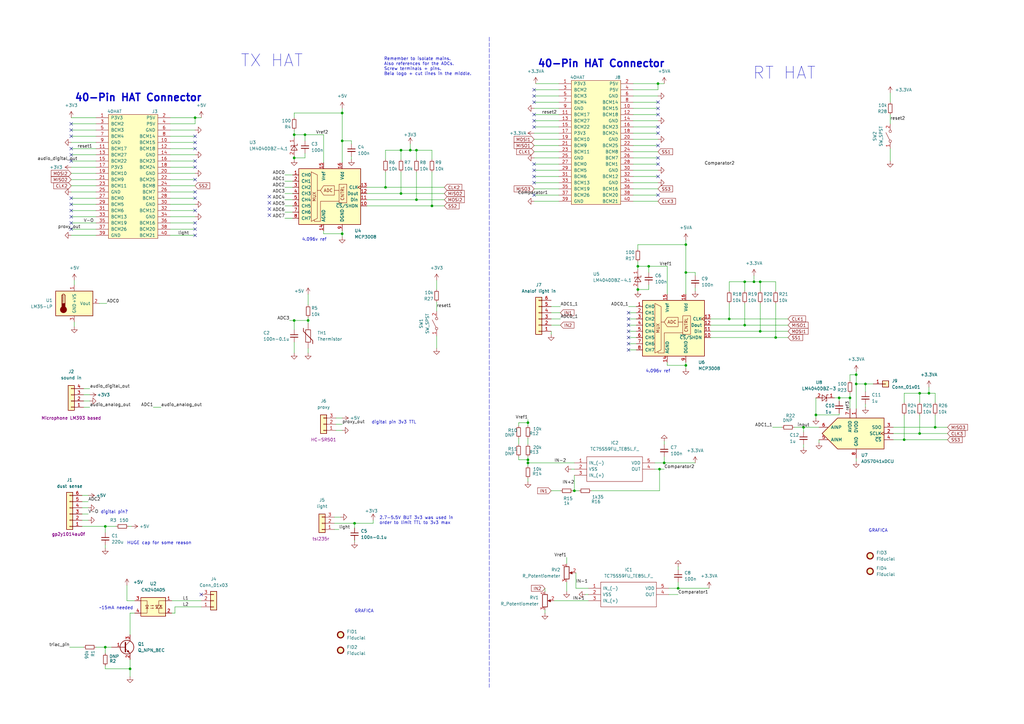
<source format=kicad_sch>
(kicad_sch (version 20211123) (generator eeschema)
  (paper "A3")
  (title_block (title "Raspberry Pi HAT") (rev "A"))
  (junction (at 140.335 46.355))
  (junction (at 261.62 109.22))
  (junction (at 351.155 157.48))
  (junction (at 164.465 61.595))
  (junction (at 377.19 161.29))
  (junction (at 53.34 274.32))
  (junction (at 140.335 95.885))
  (junction (at 381 161.29))
  (junction (at 270.51 192.405))
  (junction (at 305.435 115.57))
  (junction (at 216.535 189.865))
  (junction (at 120.65 64.77))
  (junction (at 377.19 177.8))
  (junction (at 334.645 170.18))
  (junction (at 120.65 131.445))
  (junction (at 318.135 138.43))
  (junction (at 305.435 133.35))
  (junction (at 266.065 109.22))
  (junction (at 299.085 130.81))
  (junction (at 383.54 175.26))
  (junction (at 170.815 61.595))
  (junction (at 216.535 173.355))
  (junction (at 351.155 153.67))
  (junction (at 281.305 111.76))
  (junction (at 354.965 157.48))
  (junction (at 348.615 163.195))
  (junction (at 269.875 34.29))
  (junction (at 140.335 57.785))
  (junction (at 278.13 241.3))
  (junction (at 43.18 215.9))
  (junction (at 272.415 189.865))
  (junction (at 126.365 131.445))
  (junction (at 177.165 84.455))
  (junction (at 80.01 48.26))
  (junction (at 235.585 201.295))
  (junction (at 281.305 100.33))
  (junction (at 168.275 61.595))
  (junction (at 120.65 55.245))
  (junction (at 216.535 188.595))
  (junction (at 145.415 214.63))
  (junction (at 311.785 135.89))
  (junction (at 158.115 76.835))
  (junction (at 43.18 265.43))
  (junction (at 164.465 79.375))
  (junction (at 281.305 149.86))
  (junction (at 329.565 175.26))
  (junction (at 125.095 55.245))
  (junction (at 344.17 163.195))
  (junction (at 311.785 115.57))
  (junction (at 309.245 115.57))
  (junction (at 370.84 180.34))
  (junction (at 170.815 81.915))
  (junction (at 261.62 118.745))
  (no_connect (at 219.075 80.01))
  (no_connect (at 29.21 50.8))
  (no_connect (at 269.875 64.77))
  (no_connect (at 269.875 80.01))
  (no_connect (at 219.075 39.37))
  (no_connect (at 219.075 49.53))
  (no_connect (at 29.21 55.88))
  (no_connect (at 269.875 72.39))
  (no_connect (at 80.01 86.36))
  (no_connect (at 269.875 41.91))
  (no_connect (at 29.21 91.44))
  (no_connect (at 110.49 80.645))
  (no_connect (at 110.49 83.185))
  (no_connect (at 110.49 88.265))
  (no_connect (at 110.49 85.725))
  (no_connect (at 219.075 72.39))
  (no_connect (at 82.55 243.84))
  (no_connect (at 29.21 88.9))
  (no_connect (at 80.01 66.04))
  (no_connect (at 257.81 128.27))
  (no_connect (at 219.075 67.31))
  (no_connect (at 219.075 69.85))
  (no_connect (at 80.01 55.88))
  (no_connect (at 269.875 59.69))
  (no_connect (at 269.875 46.99))
  (no_connect (at 29.21 66.04))
  (no_connect (at 257.81 140.97))
  (no_connect (at 80.01 60.96))
  (no_connect (at 219.075 46.99))
  (no_connect (at 29.21 60.96))
  (no_connect (at 257.81 130.81))
  (no_connect (at 269.875 44.45))
  (no_connect (at 80.01 58.42))
  (no_connect (at 80.01 81.28))
  (no_connect (at 257.81 138.43))
  (no_connect (at 80.01 73.66))
  (no_connect (at 219.075 41.91))
  (no_connect (at 29.21 86.36))
  (no_connect (at 29.21 63.5))
  (no_connect (at 29.21 93.98))
  (no_connect (at 269.875 54.61))
  (no_connect (at 269.875 67.31))
  (no_connect (at 269.875 52.07))
  (no_connect (at 257.81 143.51))
  (no_connect (at 29.21 83.82))
  (no_connect (at 219.075 36.83))
  (no_connect (at 219.075 52.07))
  (no_connect (at 80.01 93.98))
  (no_connect (at 257.81 133.35))
  (no_connect (at 257.81 135.89))
  (no_connect (at 29.21 53.34))
  (no_connect (at 219.075 74.93))
  (no_connect (at 80.01 96.52))
  (no_connect (at 29.21 81.28))
  (no_connect (at 80.01 68.58))
  (no_connect (at 80.01 78.74))
  (no_connect (at 80.01 91.44))
  (wire (pts (xy 311.785 115.57) (xy 318.135 115.57)))
  (wire (pts (xy 305.435 115.57) (xy 309.245 115.57)))
  (wire (pts (xy 53.34 251.46) (xy 55.245 251.46)))
  (wire (pts (xy 69.85 83.82) (xy 80.01 83.82)))
  (wire (pts (xy 309.245 113.03) (xy 309.245 115.57)))
  (wire (pts (xy 329.565 182.245) (xy 329.565 183.515)))
  (wire (pts (xy 348.615 161.29) (xy 348.615 163.195)))
  (wire (pts (xy 329.565 177.165) (xy 329.565 175.26)))
  (wire (pts (xy 259.715 57.15) (xy 269.875 57.15)))
  (wire (pts (xy 71.755 248.92) (xy 82.55 248.92)))
  (wire (pts (xy 318.135 124.46) (xy 318.135 138.43)))
  (wire (pts (xy 351.155 157.48) (xy 351.155 167.64)))
  (wire (pts (xy 329.565 175.26) (xy 335.915 175.26)))
  (wire (pts (xy 285.115 118.11) (xy 285.115 119.38)))
  (wire (pts (xy 125.095 55.245) (xy 132.715 55.245)))
  (wire (pts (xy 29.21 88.9) (xy 39.37 88.9)))
  (wire (pts (xy 219.075 59.69) (xy 229.235 59.69)))
  (wire (pts (xy 272.415 189.865) (xy 285.115 189.865)))
  (wire (pts (xy 320.675 175.26) (xy 316.865 175.26)))
  (wire (pts (xy 177.165 70.485) (xy 177.165 84.455)))
  (wire (pts (xy 259.715 54.61) (xy 269.875 54.61)))
  (wire (pts (xy 29.21 96.52) (xy 39.37 96.52)))
  (wire (pts (xy 291.465 138.43) (xy 318.135 138.43)))
  (wire (pts (xy 383.54 170.18) (xy 383.54 175.26)))
  (wire (pts (xy 140.335 95.885) (xy 140.335 97.155)))
  (wire (pts (xy 261.62 118.11) (xy 261.62 118.745)))
  (wire (pts (xy 116.84 74.295) (xy 120.015 74.295)))
  (wire (pts (xy 43.18 218.44) (xy 43.18 215.9)))
  (wire (pts (xy 36.195 205.74) (xy 33.655 205.74)))
  (wire (pts (xy 259.715 46.99) (xy 269.875 46.99)))
  (wire (pts (xy 365.125 50.8) (xy 365.125 46.99)))
  (wire (pts (xy 354.965 160.655) (xy 354.965 157.48)))
  (wire (pts (xy 170.815 70.485) (xy 170.815 81.915)))
  (wire (pts (xy 281.305 148.59) (xy 281.305 149.86)))
  (wire (pts (xy 259.715 82.55) (xy 269.875 82.55)))
  (wire (pts (xy 29.21 81.28) (xy 39.37 81.28)))
  (wire (pts (xy 257.81 128.27) (xy 260.985 128.27)))
  (wire (pts (xy 299.085 130.81) (xy 323.215 130.81)))
  (wire (pts (xy 272.415 189.865) (xy 272.415 187.325)))
  (wire (pts (xy 370.84 161.29) (xy 377.19 161.29)))
  (wire (pts (xy 69.85 55.88) (xy 80.01 55.88)))
  (wire (pts (xy 36.83 167.005) (xy 34.29 167.005)))
  (wire (pts (xy 219.075 72.39) (xy 229.235 72.39)))
  (wire (pts (xy 36.195 210.82) (xy 33.655 210.82)))
  (wire (pts (xy 69.85 73.66) (xy 80.01 73.66)))
  (wire (pts (xy 116.84 81.915) (xy 120.015 81.915)))
  (wire (pts (xy 281.305 100.33) (xy 281.305 111.76)))
  (wire (pts (xy 259.715 64.77) (xy 269.875 64.77)))
  (wire (pts (xy 311.785 124.46) (xy 311.785 135.89)))
  (wire (pts (xy 219.075 36.83) (xy 229.235 36.83)))
  (wire (pts (xy 216.535 172.085) (xy 216.535 173.355)))
  (wire (pts (xy 140.335 176.53) (xy 137.795 176.53)))
  (wire (pts (xy 29.21 86.36) (xy 39.37 86.36)))
  (wire (pts (xy 53.34 251.46) (xy 53.34 260.35)))
  (wire (pts (xy 334.645 163.195) (xy 334.645 170.18)))
  (wire (pts (xy 69.85 71.12) (xy 80.01 71.12)))
  (wire (pts (xy 257.81 125.73) (xy 260.985 125.73)))
  (wire (pts (xy 219.71 34.29) (xy 229.235 34.29)))
  (wire (pts (xy 69.85 88.9) (xy 80.01 88.9)))
  (wire (pts (xy 120.65 131.445) (xy 126.365 131.445)))
  (wire (pts (xy 116.84 86.995) (xy 120.015 86.995)))
  (wire (pts (xy 234.95 201.295) (xy 235.585 201.295)))
  (wire (pts (xy 33.655 215.9) (xy 43.18 215.9)))
  (wire (pts (xy 261.62 118.745) (xy 261.62 119.38)))
  (wire (pts (xy 212.725 179.705) (xy 212.725 182.245)))
  (wire (pts (xy 268.605 189.865) (xy 272.415 189.865)))
  (wire (pts (xy 43.18 223.52) (xy 43.18 224.79)))
  (wire (pts (xy 269.875 34.29) (xy 269.875 36.83)))
  (wire (pts (xy 29.21 93.98) (xy 39.37 93.98)))
  (wire (pts (xy 318.135 138.43) (xy 323.215 138.43)))
  (wire (pts (xy 305.435 133.35) (xy 323.215 133.35)))
  (wire (pts (xy 140.335 57.785) (xy 144.145 57.785)))
  (wire (pts (xy 158.115 61.595) (xy 158.115 65.405)))
  (wire (pts (xy 223.52 250.19) (xy 223.52 251.46)))
  (wire (pts (xy 311.785 115.57) (xy 311.785 119.38)))
  (wire (pts (xy 309.245 115.57) (xy 311.785 115.57)))
  (wire (pts (xy 52.07 240.03) (xy 52.07 246.38)))
  (wire (pts (xy 226.06 201.295) (xy 229.87 201.295)))
  (wire (pts (xy 235.585 192.405) (xy 234.315 192.405)))
  (wire (pts (xy 344.17 169.545) (xy 344.17 170.18)))
  (wire (pts (xy 125.095 62.865) (xy 125.095 64.77)))
  (wire (pts (xy 219.075 64.77) (xy 229.235 64.77)))
  (wire (pts (xy 299.085 124.46) (xy 299.085 130.81)))
  (wire (pts (xy 261.62 109.22) (xy 261.62 107.315)))
  (wire (pts (xy 270.51 192.405) (xy 272.415 192.405)))
  (wire (pts (xy 36.195 203.2) (xy 33.655 203.2)))
  (wire (pts (xy 36.83 164.465) (xy 34.29 164.465)))
  (wire (pts (xy 219.075 67.31) (xy 229.235 67.31)))
  (wire (pts (xy 281.305 111.76) (xy 281.305 120.65)))
  (wire (pts (xy 259.715 52.07) (xy 269.875 52.07)))
  (wire (pts (xy 137.16 214.63) (xy 145.415 214.63)))
  (wire (pts (xy 120.65 64.135) (xy 120.65 64.77)))
  (wire (pts (xy 259.715 34.29) (xy 269.875 34.29)))
  (wire (pts (xy 126.365 130.175) (xy 126.365 131.445)))
  (wire (pts (xy 139.7 212.09) (xy 137.16 212.09)))
  (wire (pts (xy 216.535 188.595) (xy 216.535 189.865)))
  (wire (pts (xy 216.535 189.865) (xy 216.535 191.135)))
  (wire (pts (xy 219.075 82.55) (xy 229.235 82.55)))
  (wire (pts (xy 351.155 153.67) (xy 348.615 153.67)))
  (wire (pts (xy 43.815 124.46) (xy 40.64 124.46)))
  (wire (pts (xy 120.65 46.355) (xy 140.335 46.355)))
  (wire (pts (xy 71.755 251.46) (xy 71.755 248.92)))
  (wire (pts (xy 278.13 233.68) (xy 278.13 232.41)))
  (wire (pts (xy 366.395 175.26) (xy 383.54 175.26)))
  (wire (pts (xy 259.715 74.93) (xy 269.875 74.93)))
  (wire (pts (xy 145.415 216.535) (xy 145.415 214.63)))
  (wire (pts (xy 62.865 167.005) (xy 66.04 167.005)))
  (wire (pts (xy 259.715 77.47) (xy 269.875 77.47)))
  (wire (pts (xy 274.32 241.3) (xy 278.13 241.3)))
  (wire (pts (xy 365.125 66.04) (xy 365.125 60.96)))
  (wire (pts (xy 242.57 201.295) (xy 270.51 201.295)))
  (wire (pts (xy 266.065 109.22) (xy 266.065 111.76)))
  (wire (pts (xy 348.615 163.195) (xy 348.615 167.64)))
  (wire (pts (xy 274.32 243.84) (xy 278.13 243.84)))
  (wire (pts (xy 36.195 208.28) (xy 33.655 208.28)))
  (wire (pts (xy 29.21 73.66) (xy 39.37 73.66)))
  (wire (pts (xy 216.535 187.325) (xy 216.535 188.595)))
  (wire (pts (xy 261.62 109.22) (xy 266.065 109.22)))
  (wire (pts (xy 270.51 201.295) (xy 270.51 192.405)))
  (wire (pts (xy 259.715 80.01) (xy 269.875 80.01)))
  (polyline (pts (xy 200.66 15.24) (xy 200.66 281.94)))
  (wire (pts (xy 311.785 135.89) (xy 323.215 135.89)))
  (wire (pts (xy 272.415 34.29) (xy 269.875 34.29)))
  (wire (pts (xy 140.335 94.615) (xy 140.335 95.885)))
  (wire (pts (xy 69.85 66.04) (xy 80.01 66.04)))
  (wire (pts (xy 43.18 215.9) (xy 47.625 215.9)))
  (wire (pts (xy 219.075 46.99) (xy 229.235 46.99)))
  (wire (pts (xy 158.115 61.595) (xy 164.465 61.595)))
  (wire (pts (xy 216.535 196.215) (xy 216.535 197.485)))
  (wire (pts (xy 69.85 81.28) (xy 80.01 81.28)))
  (wire (pts (xy 29.21 60.96) (xy 39.37 60.96)))
  (wire (pts (xy 266.065 116.84) (xy 266.065 118.745)))
  (wire (pts (xy 116.84 89.535) (xy 120.015 89.535)))
  (wire (pts (xy 150.495 79.375) (xy 164.465 79.375)))
  (wire (pts (xy 366.395 180.34) (xy 370.84 180.34)))
  (wire (pts (xy 219.075 54.61) (xy 229.235 54.61)))
  (wire (pts (xy 216.535 173.355) (xy 216.535 174.625)))
  (wire (pts (xy 179.07 142.875) (xy 179.07 137.795)))
  (wire (pts (xy 29.21 53.34) (xy 39.37 53.34)))
  (wire (pts (xy 53.34 270.51) (xy 53.34 274.32)))
  (wire (pts (xy 219.075 52.07) (xy 229.235 52.07)))
  (wire (pts (xy 377.19 161.29) (xy 381 161.29)))
  (wire (pts (xy 268.605 192.405) (xy 270.51 192.405)))
  (wire (pts (xy 140.335 57.785) (xy 140.335 66.675)))
  (wire (pts (xy 116.84 76.835) (xy 120.015 76.835)))
  (wire (pts (xy 226.06 133.35) (xy 229.87 133.35)))
  (wire (pts (xy 281.305 149.86) (xy 281.305 151.13)))
  (wire (pts (xy 354.965 165.735) (xy 354.965 167.005)))
  (wire (pts (xy 219.075 62.23) (xy 229.235 62.23)))
  (wire (pts (xy 236.22 234.95) (xy 236.22 241.3)))
  (wire (pts (xy 150.495 81.915) (xy 170.815 81.915)))
  (wire (pts (xy 69.85 78.74) (xy 80.01 78.74)))
  (wire (pts (xy 342.265 163.195) (xy 344.17 163.195)))
  (wire (pts (xy 281.305 98.425) (xy 281.305 100.33)))
  (wire (pts (xy 259.715 59.69) (xy 269.875 59.69)))
  (wire (pts (xy 212.725 173.355) (xy 212.725 174.625)))
  (wire (pts (xy 29.21 66.04) (xy 39.37 66.04)))
  (wire (pts (xy 259.715 67.31) (xy 269.875 67.31)))
  (wire (pts (xy 354.965 157.48) (xy 358.14 157.48)))
  (wire (pts (xy 216.535 179.705) (xy 216.535 182.245)))
  (wire (pts (xy 29.21 83.82) (xy 39.37 83.82)))
  (wire (pts (xy 53.34 274.32) (xy 53.34 277.495)))
  (wire (pts (xy 179.07 118.745) (xy 179.07 114.935)))
  (wire (pts (xy 69.85 91.44) (xy 80.01 91.44)))
  (wire (pts (xy 259.715 62.23) (xy 269.875 62.23)))
  (wire (pts (xy 226.06 125.73) (xy 229.87 125.73)))
  (wire (pts (xy 219.075 49.53) (xy 229.235 49.53)))
  (wire (pts (xy 120.65 55.245) (xy 120.65 53.34)))
  (wire (pts (xy 126.365 131.445) (xy 126.365 132.715)))
  (wire (pts (xy 381 158.75) (xy 381 161.29)))
  (wire (pts (xy 36.83 161.925) (xy 34.29 161.925)))
  (wire (pts (xy 370.84 161.29) (xy 370.84 165.1)))
  (wire (pts (xy 383.54 175.26) (xy 388.62 175.26)))
  (wire (pts (xy 29.21 58.42) (xy 39.37 58.42)))
  (wire (pts (xy 335.915 180.34) (xy 335.915 181.61)))
  (wire (pts (xy 116.84 84.455) (xy 120.015 84.455)))
  (wire (pts (xy 43.18 274.32) (xy 53.34 274.32)))
  (wire (pts (xy 226.06 130.81) (xy 229.87 130.81)))
  (wire (pts (xy 30.48 132.08) (xy 30.48 133.985)))
  (wire (pts (xy 153.035 213.36) (xy 153.035 214.63)))
  (wire (pts (xy 70.485 246.38) (xy 82.55 246.38)))
  (wire (pts (xy 120.65 64.77) (xy 125.095 64.77)))
  (wire (pts (xy 259.715 36.83) (xy 269.875 36.83)))
  (wire (pts (xy 236.22 241.3) (xy 241.3 241.3)))
  (wire (pts (xy 177.165 84.455) (xy 182.245 84.455)))
  (wire (pts (xy 170.815 61.595) (xy 177.165 61.595)))
  (wire (pts (xy 144.145 57.785) (xy 144.145 59.055)))
  (wire (pts (xy 257.81 143.51) (xy 260.985 143.51)))
  (wire (pts (xy 334.645 171.45) (xy 334.645 170.18)))
  (wire (pts (xy 257.81 135.89) (xy 260.985 135.89)))
  (wire (pts (xy 318.135 115.57) (xy 318.135 119.38)))
  (wire (pts (xy 29.21 68.58) (xy 39.37 68.58)))
  (wire (pts (xy 132.715 66.675) (xy 132.715 55.245)))
  (wire (pts (xy 212.725 188.595) (xy 216.535 188.595)))
  (wire (pts (xy 219.075 69.85) (xy 229.235 69.85)))
  (wire (pts (xy 257.81 140.97) (xy 260.985 140.97)))
  (wire (pts (xy 344.17 164.465) (xy 344.17 163.195)))
  (wire (pts (xy 272.415 182.245) (xy 272.415 180.975)))
  (wire (pts (xy 158.115 76.835) (xy 182.245 76.835)))
  (wire (pts (xy 144.145 64.135) (xy 144.145 65.405)))
  (wire (pts (xy 116.84 79.375) (xy 120.015 79.375)))
  (wire (pts (xy 305.435 115.57) (xy 305.435 119.38)))
  (wire (pts (xy 351.155 152.4) (xy 351.155 153.67)))
  (wire (pts (xy 150.495 76.835) (xy 158.115 76.835)))
  (wire (pts (xy 132.715 95.885) (xy 132.715 94.615)))
  (wire (pts (xy 219.075 39.37) (xy 229.235 39.37)))
  (wire (pts (xy 261.62 102.235) (xy 261.62 100.33)))
  (wire (pts (xy 29.21 78.74) (xy 39.37 78.74)))
  (wire (pts (xy 344.17 163.195) (xy 348.615 163.195)))
  (wire (pts (xy 125.095 55.245) (xy 125.095 57.785)))
  (wire (pts (xy 285.115 111.76) (xy 285.115 113.03)))
  (wire (pts (xy 291.465 135.89) (xy 311.785 135.89)))
  (wire (pts (xy 383.54 161.29) (xy 383.54 165.1)))
  (wire (pts (xy 69.85 96.52) (xy 80.01 96.52)))
  (wire (pts (xy 291.465 133.35) (xy 305.435 133.35)))
  (wire (pts (xy 377.19 161.29) (xy 377.19 165.1)))
  (wire (pts (xy 52.07 246.38) (xy 55.245 246.38)))
  (wire (pts (xy 140.335 95.885) (xy 132.715 95.885)))
  (wire (pts (xy 52.705 215.9) (xy 53.975 215.9)))
  (wire (pts (xy 179.07 127.635) (xy 179.07 123.825)))
  (wire (pts (xy 80.01 48.26) (xy 80.01 50.8)))
  (wire (pts (xy 29.21 50.8) (xy 39.37 50.8)))
  (wire (pts (xy 116.84 71.755) (xy 120.015 71.755)))
  (wire (pts (xy 219.075 80.01) (xy 229.235 80.01)))
  (wire (pts (xy 219.075 57.15) (xy 229.235 57.15)))
  (wire (pts (xy 170.815 81.915) (xy 182.245 81.915)))
  (wire (pts (xy 259.715 41.91) (xy 269.875 41.91)))
  (wire (pts (xy 177.165 61.595) (xy 177.165 65.405)))
  (wire (pts (xy 140.335 46.355) (xy 140.335 57.785)))
  (wire (pts (xy 212.725 187.325) (xy 212.725 188.595)))
  (wire (pts (xy 120.65 64.77) (xy 120.65 65.405)))
  (wire (pts (xy 227.33 246.38) (xy 241.3 246.38)))
  (wire (pts (xy 120.65 56.515) (xy 120.65 55.245)))
  (wire (pts (xy 145.415 221.615) (xy 145.415 222.25)))
  (wire (pts (xy 120.65 48.26) (xy 120.65 46.355)))
  (wire (pts (xy 377.19 177.8) (xy 388.62 177.8)))
  (wire (pts (xy 273.685 149.86) (xy 273.685 148.59)))
  (wire (pts (xy 140.335 44.45) (xy 140.335 46.355)))
  (wire (pts (xy 120.65 131.445) (xy 120.65 135.255)))
  (wire (pts (xy 69.85 50.8) (xy 80.01 50.8)))
  (wire (pts (xy 278.13 241.3) (xy 290.83 241.3)))
  (wire (pts (xy 69.85 68.58) (xy 80.01 68.58)))
  (wire (pts (xy 69.85 60.96) (xy 80.01 60.96)))
  (wire (pts (xy 120.65 140.335) (xy 120.65 144.78)))
  (wire (pts (xy 259.715 44.45) (xy 269.875 44.45)))
  (wire (pts (xy 36.83 159.385) (xy 34.29 159.385)))
  (wire (pts (xy 351.155 153.67) (xy 351.155 157.48)))
  (wire (pts (xy 168.275 61.595) (xy 170.815 61.595)))
  (wire (pts (xy 235.585 201.295) (xy 237.49 201.295)))
  (wire (pts (xy 150.495 84.455) (xy 177.165 84.455)))
  (wire (pts (xy 232.41 228.6) (xy 232.41 231.14)))
  (wire (pts (xy 351.155 157.48) (xy 354.965 157.48)))
  (wire (pts (xy 69.85 86.36) (xy 80.01 86.36)))
  (wire (pts (xy 259.715 49.53) (xy 269.875 49.53)))
  (wire (pts (xy 299.085 115.57) (xy 299.085 119.38)))
  (wire (pts (xy 164.465 61.595) (xy 168.275 61.595)))
  (wire (pts (xy 219.075 77.47) (xy 229.235 77.47)))
  (wire (pts (xy 43.18 265.43) (xy 43.18 267.97)))
  (wire (pts (xy 257.81 130.81) (xy 260.985 130.81)))
  (wire (pts (xy 261.62 100.33) (xy 281.305 100.33)))
  (wire (pts (xy 370.84 170.18) (xy 370.84 180.34)))
  (wire (pts (xy 261.62 110.49) (xy 261.62 109.22)))
  (wire (pts (xy 219.075 41.91) (xy 229.235 41.91)))
  (wire (pts (xy 325.755 175.26) (xy 329.565 175.26)))
  (wire (pts (xy 259.715 69.85) (xy 269.875 69.85)))
  (wire (pts (xy 69.85 76.2) (xy 80.01 76.2)))
  (wire (pts (xy 69.85 63.5) (xy 80.01 63.5)))
  (wire (pts (xy 69.85 53.34) (xy 80.01 53.34)))
  (wire (pts (xy 43.18 273.05) (xy 43.18 274.32)))
  (wire (pts (xy 273.685 120.65) (xy 273.685 109.22)))
  (wire (pts (xy 126.365 120.65) (xy 126.365 125.095)))
  (wire (pts (xy 120.65 55.245) (xy 125.095 55.245)))
  (wire (pts (xy 216.535 189.865) (xy 235.585 189.865)))
  (wire (pts (xy 82.55 48.26) (xy 80.01 48.26)))
  (wire (pts (xy 28.575 265.43) (xy 34.29 265.43)))
  (wire (pts (xy 278.13 241.3) (xy 278.13 238.76)))
  (wire (pts (xy 43.18 265.43) (xy 45.72 265.43)))
  (wire (pts (xy 259.715 72.39) (xy 269.875 72.39)))
  (wire (pts (xy 140.335 171.45) (xy 137.795 171.45)))
  (wire (pts (xy 29.21 76.2) (xy 39.37 76.2)))
  (wire (pts (xy 365.125 41.91) (xy 365.125 38.1)))
  (wire (pts (xy 164.465 70.485) (xy 164.465 79.375)))
  (wire (pts (xy 30.48 114.935) (xy 30.48 116.84)))
  (wire (pts (xy 29.21 63.5) (xy 39.37 63.5)))
  (wire (pts (xy 226.06 135.89) (xy 226.06 137.16)))
  (wire (pts (xy 137.16 217.17) (xy 139.065 217.17)))
  (wire (pts (xy 36.195 213.36) (xy 33.655 213.36)))
  (wire (pts (xy 261.62 118.745) (xy 266.065 118.745)))
  (wire (pts (xy 223.52 241.3) (xy 223.52 242.57)))
  (wire (pts (xy 29.21 48.26) (xy 39.37 48.26)))
  (wire (pts (xy 226.06 128.27) (xy 229.87 128.27)))
  (wire (pts (xy 39.37 265.43) (xy 43.18 265.43)))
  (wire (pts (xy 140.335 173.99) (xy 137.795 173.99)))
  (wire (pts (xy 259.715 39.37) (xy 269.875 39.37)))
  (wire (pts (xy 145.415 214.63) (xy 153.035 214.63)))
  (wire (pts (xy 235.585 194.945) (xy 235.585 201.295)))
  (wire (pts (xy 344.17 170.18) (xy 334.645 170.18)))
  (wire (pts (xy 366.395 177.8) (xy 377.19 177.8)))
  (wire (pts (xy 232.41 238.76) (xy 232.41 242.57)))
  (wire (pts (xy 70.485 251.46) (xy 71.755 251.46)))
  (wire (pts (xy 158.115 70.485) (xy 158.115 76.835)))
  (wire (pts (xy 351.155 187.96) (xy 351.155 189.23)))
  (wire (pts (xy 241.3 243.84) (xy 240.03 243.84)))
  (wire (pts (xy 126.365 142.875) (xy 126.365 144.78)))
  (wire (pts (xy 381 161.29) (xy 383.54 161.29)))
  (wire (pts (xy 118.745 131.445) (xy 120.65 131.445)))
  (wire (pts (xy 164.465 61.595) (xy 164.465 65.405)))
  (wire (pts (xy 219.075 74.93) (xy 229.235 74.93)))
  (wire (pts (xy 170.815 61.595) (xy 170.815 65.405)))
  (wire (pts (xy 348.615 153.67) (xy 348.615 156.21)))
  (wire (pts (xy 29.21 91.44) (xy 39.37 91.44)))
  (wire (pts (xy 29.21 71.12) (xy 39.37 71.12)))
  (wire (pts (xy 305.435 124.46) (xy 305.435 133.35)))
  (wire (pts (xy 281.305 149.86) (xy 273.685 149.86)))
  (wire (pts (xy 216.535 173.355) (xy 212.725 173.355)))
  (wire (pts (xy 164.465 79.375) (xy 182.245 79.375)))
  (wire (pts (xy 377.19 170.18) (xy 377.19 177.8)))
  (wire (pts (xy 291.465 130.81) (xy 299.085 130.81)))
  (wire (pts (xy 219.075 44.45) (xy 229.235 44.45)))
  (wire (pts (xy 168.275 59.055) (xy 168.275 61.595)))
  (wire (pts (xy 370.84 180.34) (xy 388.62 180.34)))
  (wire (pts (xy 257.81 133.35) (xy 260.985 133.35)))
  (wire (pts (xy 281.305 111.76) (xy 285.115 111.76)))
  (wire (pts (xy 257.81 138.43) (xy 260.985 138.43)))
  (wire (pts (xy 266.065 109.22) (xy 273.685 109.22)))
  (wire (pts (xy 69.85 58.42) (xy 80.01 58.42)))
  (wire (pts (xy 69.85 48.26) (xy 80.01 48.26)))
  (wire (pts (xy 69.85 93.98) (xy 80.01 93.98)))
  (wire (pts (xy 29.21 55.88) (xy 39.37 55.88)))
  (wire (pts (xy 299.085 115.57) (xy 305.435 115.57)))
  (text "4.096v ref" (at 123.825 99.06 0) (effects (font (size 1.27 1.27)) (justify left bottom)))
  (text "HUGE cap for some reason" (at 52.07 223.52 0) (effects (font (size 1.27 1.27)) (justify left bottom)))
  (text "4.096v ref" (at 264.795 153.035 0) (effects (font (size 1.27 1.27)) (justify left bottom)))
  (text "Remember to isolate mains.\nAlso references for the ADCs.\nScrew terminals + pins.\nBeia logo + cut lines in the middle." (at 157.48 31.115 0) (effects (font (size 1.27 1.27)) (justify left bottom)))
  (text "40-Pin HAT Connector" (at 30.48 41.91 0) (effects (font (size 2.9972 2.9972) (thickness 0.5994) bold) (justify left bottom)))
  (text "~15mA needed" (at 40.64 250.19 0) (effects (font (size 1.27 1.27)) (justify left bottom)))
  (text "40-Pin HAT Connector" (at 220.345 27.94 0) (effects (font (size 2.9972 2.9972) (thickness 0.5994) bold) (justify left bottom)))
  (text "GRAFICA\n" (at 356.235 218.44 0) (effects (font (size 1.27 1.27)) (justify left bottom)))
  (text "RT HAT" (at 308.61 33.02 0) (effects (font (size 5 5)) (justify left bottom)))
  (text "2.7-5.5V BUT 3v3 was used in\norder to limit TTL to 3v3 max" (at 155.575 215.265 0) (effects (font (size 1.27 1.27)) (justify left bottom)))
  (text "digital pin?" (at 41.275 210.82 0) (effects (font (size 1.27 1.27)) (justify left bottom)))
  (text "digital pin 3v3 TTL" (at 152.4 173.99 0) (effects (font (size 1.27 1.27)) (justify left bottom)))
  (text "TX HAT" (at 124.46 27.94 180) (effects (font (size 5 5)) (justify right bottom)))
  (text "GRAFICA\n" (at 145.415 251.46 0) (effects (font (size 1.27 1.27)) (justify left bottom)))
  (label "reset2" (at 222.25 46.99 0))
  (label "ADC0_1" (at 257.81 125.73 180))
  (label "proxy_out" (at 33.02 93.98 180))
  (label "light" (at 139.065 217.17 0))
  (label "Comparator1" (at 224.79 80.01 180))
  (label "audio_analog_out" (at 36.83 167.005 0))
  (label "L1" (at 74.93 246.38 0))
  (label "ADC2" (at 36.195 205.74 0))
  (label "ADC3" (at 118.745 131.445 180))
  (label "IN+1" (at 234.95 246.38 0))
  (label "Vref2" (at 129.54 55.245 0))
  (label "audio_digital_out" (at 36.83 159.385 0))
  (label "ADC0" (at 116.84 71.755 180))
  (label "IN-2" (at 227.33 189.865 0))
  (label "ref3" (at 348.615 164.465 270))
  (label "ADC1_1" (at 316.865 175.26 180))
  (label "audio_digital_out" (at 31.75 66.04 180))
  (label "ADC4" (at 116.84 81.915 180))
  (label "proxy_out" (at 140.335 173.99 0))
  (label "triac_pin" (at 28.575 265.43 180))
  (label "reset1" (at 31.75 60.96 0))
  (label "ADC7" (at 116.84 89.535 180))
  (label "Vref1" (at 216.535 172.085 180))
  (label "ADC1" (at 116.84 74.295 180))
  (label "IN-1" (at 236.22 239.395 0))
  (label "ADC3" (at 116.84 79.375 180))
  (label "ADC2" (at 116.84 76.835 180))
  (label "Vref1" (at 270.51 109.22 0))
  (label "light" (at 73.025 96.52 0))
  (label "ADC0_1" (at 229.87 130.81 0))
  (label "Vref1" (at 232.41 228.6 180))
  (label "Comparator1" (at 278.13 243.84 0))
  (label "ADC0" (at 43.815 124.46 0))
  (label "Comparator2" (at 272.415 192.405 0))
  (label "reset2" (at 365.125 49.53 0))
  (label "reset1" (at 179.07 126.365 0))
  (label "IN+2" (at 235.585 198.755 180))
  (label "ADC1" (at 62.865 167.005 180))
  (label "Comparator2" (at 288.925 67.945 0))
  (label "V-O" (at 36.195 210.82 0))
  (label "L2" (at 74.93 248.92 0))
  (label "ADC6" (at 116.84 86.995 180))
  (label "ADC1_1" (at 229.87 125.73 0))
  (label "audio_analog_out" (at 66.04 167.005 0))
  (label "ADC5" (at 116.84 84.455 180))
  (label "input" (at 327.025 175.26 0))
  (label "V-O" (at 34.29 91.44 0))
  (global_label "SS3" (shape input) (at 269.875 77.47 0) (property "Intersheet References" "${INTERSHEET_REFS}" (effects hide)))
  (global_label "MISO3" (shape input) (at 388.62 175.26 0) (property "Intersheet References" "${INTERSHEET_REFS}" (effects hide)))
  (global_label "CLK1" (shape input) (at 323.215 130.81 0) (property "Intersheet References" "${INTERSHEET_REFS}" (effects hide)))
  (global_label "MOSI1" (shape input) (at 219.075 57.15 180) (property "Intersheet References" "${INTERSHEET_REFS}" (effects hide)))
  (global_label "MISO3" (shape input) (at 219.075 77.47 180) (property "Intersheet References" "${INTERSHEET_REFS}" (effects hide)))
  (global_label "IN2" (shape input) (at 223.52 241.3 180) (property "Intersheet References" "${INTERSHEET_REFS}" (effects hide)))
  (global_label "MISO2" (shape input) (at 29.21 73.66 180) (property "Intersheet References" "${INTERSHEET_REFS}" (effects hide)))
  (global_label "MOSI2" (shape input) (at 182.245 81.915 0) (property "Intersheet References" "${INTERSHEET_REFS}" (effects hide)))
  (global_label "SS2" (shape input) (at 80.01 76.2 0) (property "Intersheet References" "${INTERSHEET_REFS}" (effects hide)))
  (global_label "CLK3" (shape input) (at 388.62 177.8 0) (property "Intersheet References" "${INTERSHEET_REFS}" (effects hide)))
  (global_label "CLK2" (shape input) (at 182.245 76.835 0) (property "Intersheet References" "${INTERSHEET_REFS}" (effects hide)))
  (global_label "CLK3" (shape input) (at 269.875 82.55 0) (property "Intersheet References" "${INTERSHEET_REFS}" (effects hide)))
  (global_label "IN2" (shape input) (at 229.87 133.35 0) (property "Intersheet References" "${INTERSHEET_REFS}" (effects hide)))
  (global_label "MOSI1" (shape input) (at 323.215 135.89 0) (property "Intersheet References" "${INTERSHEET_REFS}" (effects hide)))
  (global_label "MISO2" (shape input) (at 182.245 79.375 0) (property "Intersheet References" "${INTERSHEET_REFS}" (effects hide)))
  (global_label "MISO1" (shape input) (at 323.215 133.35 0) (property "Intersheet References" "${INTERSHEET_REFS}" (effects hide)))
  (global_label "SS1" (shape input) (at 269.875 62.23 0) (property "Intersheet References" "${INTERSHEET_REFS}" (effects hide)))
  (global_label "IN1" (shape input) (at 229.87 128.27 0) (property "Intersheet References" "${INTERSHEET_REFS}" (effects hide)))
  (global_label "IN1" (shape input) (at 226.06 201.295 180) (property "Intersheet References" "${INTERSHEET_REFS}" (effects hide)))
  (global_label "SS3" (shape input) (at 388.62 180.34 0) (property "Intersheet References" "${INTERSHEET_REFS}" (effects hide)))
  (global_label "CLK1" (shape input) (at 219.075 62.23 180) (property "Intersheet References" "${INTERSHEET_REFS}" (effects hide)))
  (global_label "SS2" (shape input) (at 182.245 84.455 0) (property "Intersheet References" "${INTERSHEET_REFS}" (effects hide)))
  (global_label "MOSI2" (shape input) (at 29.21 71.12 180) (property "Intersheet References" "${INTERSHEET_REFS}" (effects hide)))
  (global_label "CLK2" (shape input) (at 29.21 76.2 180) (property "Intersheet References" "${INTERSHEET_REFS}" (effects hide)))
  (global_label "SS1" (shape input) (at 323.215 138.43 0) (property "Intersheet References" "${INTERSHEET_REFS}" (effects hide)))
  (global_label "MISO1" (shape input) (at 219.075 59.69 180) (property "Intersheet References" "${INTERSHEET_REFS}" (effects hide)))
  (symbol (lib_id "raspberrypi_hat:OX40HAT") (at 244.475 34.29 0) (unit 1)
    (property "Reference" "J8" (at 253.365 31.75 0))
    (property "Value" "40HAT" (at 236.855 31.75 0))
    (property "Footprint" "Connector_PinSocket_2.54mm:PinSocket_2x20_P2.54mm_Vertical" (effects hide))
  )
  (symbol (lib_id "power:+3.3VA") (at 219.075 54.61 90) (unit 1)
    (property "Reference" "#PWR0107" (effects hide))
    (property "Value" "+3.3VA" (at 208.915 54.61 90) (effects (justify right)))
  )
  (symbol (lib_id "Device:R_Small") (at 348.615 158.75 180) (unit 1)
    (property "Reference" "R23" (at 347.345 160.02 0) (effects (justify left)))
    (property "Value" "100" (at 347.345 157.48 0) (effects (justify left)))
    (property "Footprint" "Resistor_SMD:R_0805_2012Metric" (effects hide))
  )
  (symbol (lib_id "Mechanical:Fiducial") (at 139.7 260.35 0) (unit 1)
    (property "Reference" "FID1" (at 142.24 259.0799 0) (effects (justify left)))
    (property "Value" "Fiducial" (at 142.24 261.6199 0) (effects (justify left)))
    (property "Footprint" "Fiducial:Fiducial_0.5mm_Mask1mm" (effects hide))
  )
  (symbol (lib_id "power:GND") (at 281.305 151.13 0) (unit 1)
    (property "Reference" "#PWR057" (effects hide))
    (property "Value" "GND" (effects hide))
  )
  (symbol (lib_id "Device:R_Small") (at 318.135 121.92 0) (unit 1)
    (property "Reference" "R21" (at 319.405 120.65 0) (effects (justify left)))
    (property "Value" "10k" (at 319.405 123.19 0) (effects (justify left)))
    (property "Footprint" "Resistor_SMD:R_0805_2012Metric" (effects hide))
  )
  (symbol (lib_id "Switch:SW_SPST") (at 179.07 132.715 90) (unit 1)
    (property "Reference" "SW1" (at 172.72 132.715 0))
    (property "Value" "SW_SPST" (at 175.26 132.715 0))
    (property "Footprint" "SamacSys_Parts:PTS526SM15SMTR2LFS" (effects hide))
  )
  (symbol (lib_id "Connector_Generic:Conn_01x01") (at 363.22 157.48 0) (unit 1)
    (property "Reference" "J9" (at 365.76 156.2099 0) (effects (justify left)))
    (property "Value" "Conn_01x01" (at 365.76 158.7499 0) (effects (justify left)))
    (property "Footprint" "Connector_PinHeader_2.54mm:PinHeader_1x01_P2.54mm_Vertical" (effects hide))
  )
  (symbol (lib_id "power:GND") (at 53.34 277.495 0) (unit 1)
    (property "Reference" "#PWR015" (effects hide))
    (property "Value" "GND" (effects hide))
  )
  (symbol (lib_id "Device:R_Small") (at 216.535 193.675 180) (unit 1)
    (property "Reference" "R14" (at 222.25 194.31 0) (effects (justify left)))
    (property "Value" "10k" (at 222.25 192.405 0) (effects (justify left)))
    (property "Footprint" "Resistor_SMD:R_0805_2012Metric" (effects hide))
  )
  (symbol (lib_id "Device:R_Small") (at 164.465 67.945 0) (unit 1)
    (property "Reference" "R7" (at 165.735 66.675 0) (effects (justify left)))
    (property "Value" "10k" (at 165.735 69.215 0) (effects (justify left)))
    (property "Footprint" "Resistor_SMD:R_0805_2012Metric" (effects hide))
  )
  (symbol (lib_id "power:GND") (at 269.875 57.15 90) (unit 1)
    (property "Reference" "#PWR050" (effects hide))
    (property "Value" "GND" (effects hide))
  )
  (symbol (lib_id "raspberrypi_hat:OX40HAT") (at 54.61 48.26 0) (unit 1)
    (property "Reference" "J3" (at 63.5 45.72 0))
    (property "Value" "40HAT" (at 46.99 45.72 0))
    (property "Footprint" "Connector_PinSocket_2.54mm:PinSocket_2x20_P2.54mm_Vertical" (effects hide))
  )
  (symbol (lib_id "Connector_Generic:Conn_01x06") (at 220.98 130.81 180) (unit 1)
    (property "Reference" "J7" (at 220.98 116.84 0))
    (property "Value" "Analof light in" (at 220.98 119.38 0))
    (property "Footprint" "Connector_PinHeader_2.54mm:PinHeader_1x06_P2.54mm_Vertical" (effects hide))
  )
  (symbol (lib_id "power:GND") (at 219.075 82.55 270) (unit 1)
    (property "Reference" "#PWR041" (effects hide))
    (property "Value" "GND" (effects hide))
  )
  (symbol (lib_id "Device:R_Small") (at 232.41 201.295 90) (unit 1)
    (property "Reference" "R15" (at 234.95 204.47 90) (effects (justify left)))
    (property "Value" "1k" (at 233.68 206.375 90) (effects (justify left)))
    (property "Footprint" "Resistor_SMD:R_0805_2012Metric" (effects hide))
  )
  (symbol (lib_id "power:+3V3") (at 36.83 161.925 270) (unit 1)
    (property "Reference" "#PWR011" (effects hide))
    (property "Value" "+3V3" (at 45.085 161.925 90) (effects (justify right)))
  )
  (symbol (lib_id "power:+3V3") (at 153.035 213.36 0) (unit 1)
    (property "Reference" "#PWR034" (effects hide))
    (property "Value" "+3V3" (at 154.94 209.55 0) (effects (justify right)))
  )
  (symbol (lib_id "power:GND") (at 365.125 66.04 0) (unit 1)
    (property "Reference" "#PWR056" (effects hide))
    (property "Value" "GND" (effects hide))
  )
  (symbol (lib_id "power:GND") (at 240.03 243.84 270) (unit 1)
    (property "Reference" "#PWR046" (effects hide))
    (property "Value" "GND" (effects hide))
  )
  (symbol (lib_id "Device:R_Small") (at 323.215 175.26 270) (unit 1)
    (property "Reference" "R22" (at 322.2625 170.4975 90) (effects (justify left)))
    (property "Value" "DNP" (at 320.9925 172.4025 90) (effects (justify left)))
    (property "Footprint" "Resistor_SMD:R_0805_2012Metric" (effects hide))
  )
  (symbol (lib_id "power:GND") (at 226.06 137.16 0) (unit 1)
    (property "Reference" "#PWR043" (effects hide))
    (property "Value" "GND" (effects hide))
  )
  (symbol (lib_id "power:GND") (at 120.65 144.78 0) (unit 1)
    (property "Reference" "#PWR024" (effects hide))
    (property "Value" "GND" (effects hide))
  )
  (symbol (lib_id "Analog_ADC:MCP3008") (at 276.225 133.35 0) (unit 1)
    (property "Reference" "U6" (at 286.385 148.59 0) (effects (justify left)))
    (property "Value" "MCP3008" (at 286.385 151.13 0) (effects (justify left)))
    (property "Footprint" "Package_SO:SOIC-16_3.9x9.9mm_P1.27mm" (effects hide))
    (property "Datasheet" "http://ww1.microchip.com/downloads/en/DeviceDoc/21295d.pdf" (effects hide))
  )
  (symbol (lib_id "Device:R_Small") (at 216.535 177.165 180) (unit 1)
    (property "Reference" "R12" (at 220.98 177.8 0) (effects (justify left)))
    (property "Value" "10k" (at 222.25 175.895 0) (effects (justify left)))
    (property "Footprint" "Resistor_SMD:R_0805_2012Metric" (effects hide))
  )
  (symbol (lib_id "Device:R_Small") (at 370.84 167.64 0) (unit 1)
    (property "Reference" "R24" (at 372.11 166.37 0) (effects (justify left)))
    (property "Value" "10k" (at 372.11 168.91 0) (effects (justify left)))
    (property "Footprint" "Resistor_SMD:R_0805_2012Metric" (effects hide))
  )
  (symbol (lib_id "power:+5V") (at 53.975 215.9 270) (unit 1)
    (property "Reference" "#PWR016" (effects hide))
    (property "Value" "+5V" (at 57.15 215.8999 90) (effects (justify left)))
  )
  (symbol (lib_id "Device:R_Small") (at 50.165 215.9 270) (unit 1)
    (property "Reference" "R3" (at 45.085 213.36 90) (effects (justify left)))
    (property "Value" "150" (at 48.895 213.36 90) (effects (justify left)))
    (property "Footprint" "Resistor_SMD:R_0805_2012Metric" (effects hide))
  )
  (symbol (lib_id "Connector_Generic:Conn_01x03") (at 87.63 246.38 0) (mirror x) (unit 1)
    (property "Reference" "J4" (at 87.63 237.49 0))
    (property "Value" "Conn_01x03" (at 87.63 240.03 0))
    (property "Footprint" "TerminalBlock:TerminalBlock_Altech_AK300-3_P5.00mm" (effects hide))
  )
  (symbol (lib_id "power:GND") (at 36.195 213.36 90) (unit 1)
    (property "Reference" "#PWR010" (effects hide))
    (property "Value" "GND" (effects hide))
  )
  (symbol (lib_id "power:GND") (at 179.07 142.875 0) (unit 1)
    (property "Reference" "#PWR039" (effects hide))
    (property "Value" "GND" (effects hide))
  )
  (symbol (lib_id "power:+3.3VA") (at 285.115 189.865 0) (unit 1)
    (property "Reference" "#PWR0101" (effects hide))
    (property "Value" "+3.3VA" (at 285.115 184.785 0))
  )
  (symbol (lib_id "power:GND") (at 329.565 183.515 0) (unit 1)
    (property "Reference" "#PWR0112" (effects hide))
    (property "Value" "GND" (effects hide))
  )
  (symbol (lib_id "power:+5V") (at 126.365 120.65 0) (unit 1)
    (property "Reference" "#PWR025" (effects hide))
    (property "Value" "+5V" (at 120.65 119.38 0) (effects (justify left)))
  )
  (symbol (lib_id "Device:C_Small") (at 278.13 236.22 0) (unit 1)
    (property "Reference" "C8" (at 280.67 234.9562 0) (effects (justify left)))
    (property "Value" "100n" (at 280.67 237.4962 0) (effects (justify left)))
    (property "Footprint" "Capacitor_SMD:C_0805_2012Metric" (effects hide))
  )
  (symbol (lib_id "Device:Thermistor") (at 126.365 137.795 0) (unit 1)
    (property "Reference" "TH1" (at 130.175 136.5249 0) (effects (justify left)))
    (property "Value" "Thermistor" (at 130.175 139.0649 0) (effects (justify left)))
    (property "Footprint" "Connector_PinHeader_2.54mm:PinHeader_1x02_P2.54mm_Vertical" (effects hide))
  )
  (symbol (lib_id "power:+3.3VA") (at 219.71 34.29 0) (unit 1)
    (property "Reference" "#PWR0106" (effects hide))
    (property "Value" "+3.3VA" (at 219.71 29.21 0))
  )
  (symbol (lib_id "power:GND") (at 269.875 39.37 90) (unit 1)
    (property "Reference" "#PWR048" (effects hide))
    (property "Value" "GND" (effects hide))
  )
  (symbol (lib_id "power:GND") (at 234.315 192.405 270) (unit 1)
    (property "Reference" "#PWR045" (effects hide))
    (property "Value" "GND" (effects hide))
  )
  (symbol (lib_id "Device:R_Small") (at 36.83 265.43 270) (unit 1)
    (property "Reference" "R1" (at 38.1 266.7 0) (effects (justify left)))
    (property "Value" "90k" (at 35.56 266.7 0) (effects (justify left)))
    (property "Footprint" "Resistor_SMD:R_0805_2012Metric" (effects hide))
  )
  (symbol (lib_id "Device:C_Small") (at 354.965 163.195 0) (unit 1)
    (property "Reference" "C11" (at 357.505 161.9312 0) (effects (justify left)))
    (property "Value" "1u" (at 357.505 164.4712 0) (effects (justify left)))
    (property "Footprint" "Capacitor_SMD:C_0805_2012Metric" (effects hide))
  )
  (symbol (lib_id "Device:R_Small") (at 170.815 67.945 0) (unit 1)
    (property "Reference" "R8" (at 172.085 66.675 0) (effects (justify left)))
    (property "Value" "10k" (at 172.085 69.215 0) (effects (justify left)))
    (property "Footprint" "Resistor_SMD:R_0805_2012Metric" (effects hide))
  )
  (symbol (lib_id "Reference_Voltage:LM4040DBZ-3") (at 338.455 163.195 0) (unit 1)
    (property "Reference" "U8" (at 335.915 156.845 0))
    (property "Value" "LM4040DBZ-3" (at 335.915 159.385 0))
    (property "Footprint" "Package_TO_SOT_SMD:SOT-23" (effects hide))
    (property "Datasheet" "http://www.ti.com/lit/ds/symlink/lm4040-n.pdf" (effects hide))
  )
  (symbol (lib_id "Device:R_Small") (at 179.07 121.285 180) (unit 1)
    (property "Reference" "R27" (at 177.8 122.555 0) (effects (justify left)))
    (property "Value" "10k" (at 177.8 120.015 0) (effects (justify left)))
    (property "Footprint" "Resistor_SMD:R_0805_2012Metric" (effects hide))
  )
  (symbol (lib_id "power:+3V3") (at 29.21 68.58 90) (unit 1)
    (property "Reference" "#PWR03" (effects hide))
    (property "Value" "+3V3" (at 20.32 68.58 90) (effects (justify right)))
  )
  (symbol (lib_id "power:GND") (at 29.21 78.74 270) (unit 1)
    (property "Reference" "#PWR04" (effects hide))
    (property "Value" "GND" (effects hide))
  )
  (symbol (lib_id "power:GND") (at 261.62 119.38 0) (unit 1)
    (property "Reference" "#PWR047" (effects hide))
    (property "Value" "GND" (effects hide))
  )
  (symbol (lib_id "Device:R_Potentiometer") (at 232.41 234.95 0) (unit 1)
    (property "Reference" "RV2" (at 229.87 233.6799 0) (effects (justify right)))
    (property "Value" "R_Potentiometer" (at 229.87 236.2199 0) (effects (justify right)))
    (property "Footprint" "Potentiometer_THT:Potentiometer_Piher_PT-6-V_Vertical" (effects hide))
  )
  (symbol (lib_id "power:+5VA") (at 281.305 98.425 0) (unit 1)
    (property "Reference" "#PWR0102" (effects hide))
    (property "Value" "+5VA" (at 281.305 93.345 0))
  )
  (symbol (lib_id "Switch:SW_SPST") (at 365.125 55.88 90) (unit 1)
    (property "Reference" "SW2" (at 358.775 55.88 0))
    (property "Value" "SW_SPST" (at 361.315 55.88 0))
    (property "Footprint" "SamacSys_Parts:PTS526SM15SMTR2LFS" (effects hide))
  )
  (symbol (lib_id "Reference_Voltage:LM4040DBZ-4.1") (at 261.62 114.3 270) (mirror x) (unit 1)
    (property "Reference" "U5" (at 243.205 112.395 90) (effects (justify left)))
    (property "Value" "LM4040DBZ-4.1" (at 243.205 114.935 90) (effects (justify left)))
    (property "Footprint" "Package_TO_SOT_SMD:SOT-23" (effects hide))
    (property "Datasheet" "http://www.ti.com/lit/ds/symlink/lm4040-n.pdf" (effects hide))
  )
  (symbol (lib_id "Device:C_Small") (at 144.145 61.595 0) (unit 1)
    (property "Reference" "C4" (at 146.685 60.3312 0) (effects (justify left)))
    (property "Value" "100n" (at 146.685 62.8712 0) (effects (justify left)))
    (property "Footprint" "Capacitor_SMD:C_0805_2012Metric" (effects hide))
  )
  (symbol (lib_id "Device:C_Small") (at 120.65 137.795 0) (unit 1)
    (property "Reference" "C2" (at 107.95 136.525 0) (effects (justify left)))
    (property "Value" "100n-0.1u" (at 107.95 139.065 0) (effects (justify left)))
    (property "Footprint" "Capacitor_SMD:C_0805_2012Metric" (effects hide))
  )
  (symbol (lib_id "power:+5V") (at 36.195 203.2 270) (unit 1)
    (property "Reference" "#PWR08" (effects hide))
    (property "Value" "+5V" (at 39.37 203.1999 90) (effects (justify left)))
  )
  (symbol (lib_id "power:GND") (at 219.075 44.45 270) (unit 1)
    (property "Reference" "#PWR038" (effects hide))
    (property "Value" "GND" (effects hide))
  )
  (symbol (lib_id "power:GND") (at 36.195 208.28 90) (unit 1)
    (property "Reference" "#PWR09" (effects hide))
    (property "Value" "GND" (effects hide))
  )
  (symbol (lib_id "Connector_Generic:Conn_01x03") (at 132.715 173.99 180) (unit 1)
    (property "Reference" "J6" (at 132.715 164.465 0))
    (property "Value" "proxy" (at 132.715 167.005 0))
    (property "Footprint" "Connector_PinHeader_2.54mm:PinHeader_1x03_P2.54mm_Vertical" (effects hide))
    (property "Datasheet" "https://lastminuteengineers.com/pir-sensor-arduino-tutorial/" (effects hide))
    (property "note" "HC-SR501" (at 132.715 180.34 0))
  )
  (symbol (lib_id "Reference_Voltage:LM4040DBZ-4.1") (at 120.65 60.325 270) (mirror x) (unit 1)
    (property "Reference" "U3" (at 102.235 58.42 90) (effects (justify left)))
    (property "Value" "LM4040DBZ-4.1" (at 102.235 60.96 90) (effects (justify left)))
    (property "Footprint" "Package_TO_SOT_SMD:SOT-23" (effects hide))
    (property "Datasheet" "http://www.ti.com/lit/ds/symlink/lm4040-n.pdf" (effects hide))
  )
  (symbol (lib_id "Analog_ADC:MCP3008") (at 135.255 79.375 0) (unit 1)
    (property "Reference" "U4" (at 145.415 94.615 0) (effects (justify left)))
    (property "Value" "MCP3008" (at 145.415 97.155 0) (effects (justify left)))
    (property "Footprint" "Package_SO:SOIC-16_3.9x9.9mm_P1.27mm" (effects hide))
    (property "Datasheet" "http://ww1.microchip.com/downloads/en/DeviceDoc/21295d.pdf" (effects hide))
  )
  (symbol (lib_id "power:+3V3") (at 179.07 114.935 0) (unit 1)
    (property "Reference" "#PWR0113" (effects hide))
    (property "Value" "+3V3" (at 179.07 109.855 0))
  )
  (symbol (lib_id "power:GND") (at 36.83 164.465 90) (unit 1)
    (property "Reference" "#PWR012" (effects hide))
    (property "Value" "GND" (effects hide))
  )
  (symbol (lib_id "power:GND") (at 354.965 167.005 0) (unit 1)
    (property "Reference" "#PWR0108" (effects hide))
    (property "Value" "GND" (effects hide))
  )
  (symbol (lib_id "power:GND") (at 80.01 63.5 90) (unit 1)
    (property "Reference" "#PWR018" (effects hide))
    (property "Value" "GND" (effects hide))
  )
  (symbol (lib_id "power:GND") (at 139.7 212.09 90) (unit 1)
    (property "Reference" "#PWR027" (effects hide))
    (property "Value" "GND" (effects hide))
  )
  (symbol (lib_id "Device:C_Small") (at 125.095 60.325 0) (unit 1)
    (property "Reference" "C3" (at 127.635 59.0612 0) (effects (justify left)))
    (property "Value" "100n" (at 127.635 61.6012 0) (effects (justify left)))
    (property "Footprint" "Capacitor_SMD:C_0805_2012Metric" (effects hide))
  )
  (symbol (lib_id "power:GND") (at 272.415 180.975 180) (unit 1)
    (property "Reference" "#PWR054" (effects hide))
    (property "Value" "GND" (effects hide))
  )
  (symbol (lib_id "power:+5V") (at 30.48 114.935 0) (unit 1)
    (property "Reference" "#PWR06" (effects hide))
    (property "Value" "+5V" (at 30.48 109.855 0))
  )
  (symbol (lib_id "Device:R_Small") (at 177.165 67.945 0) (unit 1)
    (property "Reference" "R9" (at 178.435 66.675 0) (effects (justify left)))
    (property "Value" "10k" (at 178.435 69.215 0) (effects (justify left)))
    (property "Footprint" "Resistor_SMD:R_0805_2012Metric" (effects hide))
  )
  (symbol (lib_id "Connector_Generic:Conn_01x04") (at 29.21 164.465 180) (unit 1)
    (property "Reference" "J2" (at 29.21 152.4 0))
    (property "Value" "sound in" (at 29.21 154.94 0))
    (property "Footprint" "Connector_PinHeader_2.54mm:PinHeader_1x04_P2.54mm_Vertical" (effects hide))
    (property "Datasheet" "https://components101.com/modules/lm393-sound-detection-sensor-module" (effects hide))
    (property "notes" "Microphone LM393 based" (at 29.21 171.45 0))
  )
  (symbol (lib_id "power:GND") (at 223.52 251.46 0) (unit 1)
    (property "Reference" "#PWR042" (effects hide))
    (property "Value" "GND" (effects hide))
  )
  (symbol (lib_id "Device:R_Small") (at 126.365 127.635 0) (unit 1)
    (property "Reference" "R5" (at 127.635 126.365 0) (effects (justify left)))
    (property "Value" "10k" (at 127.635 128.905 0) (effects (justify left)))
    (property "Footprint" "Resistor_SMD:R_0805_2012Metric" (effects hide))
  )
  (symbol (lib_id "Device:R_Small") (at 305.435 121.92 0) (unit 1)
    (property "Reference" "R19" (at 306.705 120.65 0) (effects (justify left)))
    (property "Value" "10k" (at 306.705 123.19 0) (effects (justify left)))
    (property "Footprint" "Resistor_SMD:R_0805_2012Metric" (effects hide))
  )
  (symbol (lib_id "power:+3.3VA") (at 290.83 241.3 0) (unit 1)
    (property "Reference" "#PWR0105" (effects hide))
    (property "Value" "+3.3VA" (at 290.83 236.22 0))
  )
  (symbol (lib_id "Device:R_Small") (at 120.65 50.8 180) (unit 1)
    (property "Reference" "R4" (at 119.38 52.07 0) (effects (justify left)))
    (property "Value" "100" (at 119.38 49.53 0) (effects (justify left)))
    (property "Footprint" "Resistor_SMD:R_0805_2012Metric" (effects hide))
  )
  (symbol (lib_id "power:GND") (at 120.65 65.405 0) (unit 1)
    (property "Reference" "#PWR023" (effects hide))
    (property "Value" "GND" (effects hide))
  )
  (symbol (lib_id "Device:Q_NPN_BEC") (at 50.8 265.43 0) (unit 1)
    (property "Reference" "Q1" (at 56.515 264.1599 0) (effects (justify left)))
    (property "Value" "Q_NPN_BEC" (at 56.515 266.6999 0) (effects (justify left)))
    (property "Footprint" "Package_TO_SOT_SMD:SOT-23" (effects hide))
  )
  (symbol (lib_id "Device:C_Small") (at 272.415 184.785 0) (unit 1)
    (property "Reference" "C7" (at 274.955 183.5212 0) (effects (justify left)))
    (property "Value" "100n" (at 274.955 186.0612 0) (effects (justify left)))
    (property "Footprint" "Capacitor_SMD:C_0805_2012Metric" (effects hide))
  )
  (symbol (lib_id "power:GND") (at 43.18 224.79 0) (unit 1)
    (property "Reference" "#PWR013" (effects hide))
    (property "Value" "GND" (effects hide))
  )
  (symbol (lib_id "Sensor_Temperature:LM35-LP") (at 30.48 124.46 0) (unit 1)
    (property "Reference" "U1" (at 21.59 123.1899 0) (effects (justify right)))
    (property "Value" "LM35-LP" (at 21.59 125.7299 0) (effects (justify right)))
    (property "Footprint" "Connector_PinHeader_2.54mm:PinHeader_1x03_P2.54mm_Vertical" (effects hide))
    (property "Datasheet" "http://www.ti.com/lit/ds/symlink/lm35.pdf" (effects hide))
  )
  (symbol (lib_id "power:GND") (at 351.155 189.23 0) (unit 1)
    (property "Reference" "#PWR063" (effects hide))
    (property "Value" "GND" (effects hide))
  )
  (symbol (lib_id "power:+5V") (at 140.335 171.45 270) (unit 1)
    (property "Reference" "#PWR030" (effects hide))
    (property "Value" "+5V" (at 143.51 171.4499 90) (effects (justify left)))
  )
  (symbol (lib_id "Device:C_Small") (at 344.17 167.005 180) (unit 1)
    (property "Reference" "C10" (at 338.455 166.37 0) (effects (justify right)))
    (property "Value" "1u" (at 338.455 168.91 0) (effects (justify right)))
    (property "Footprint" "Capacitor_SMD:C_0805_2012Metric" (effects hide))
  )
  (symbol (lib_id "power:GND") (at 216.535 197.485 0) (unit 1)
    (property "Reference" "#PWR036" (effects hide))
    (property "Value" "GND" (effects hide))
  )
  (symbol (lib_id "Connector_Generic:Conn_01x03") (at 132.08 214.63 180) (unit 1)
    (property "Reference" "J5" (at 132.08 205.105 0))
    (property "Value" "light" (at 132.08 207.645 0))
    (property "Footprint" "Connector_PinHeader_2.54mm:PinHeader_1x03_P2.54mm_Vertical" (effects hide))
    (property "Datasheet" "https://ams.com/documents/20143/36005/TSL235R_DS000120_3-00.pdf/d267ee56-5494-c92d-8705-716becdd4051" (effects hide))
    (property "note" "tsl235r " (at 132.08 220.98 0))
  )
  (symbol (lib_id "power:+3V3") (at 29.21 48.26 0) (unit 1)
    (property "Reference" "#PWR01" (effects hide))
    (property "Value" "+3V3" (at 29.21 43.18 0))
  )
  (symbol (lib_id "power:GND") (at 145.415 222.25 0) (unit 1)
    (property "Reference" "#PWR033" (effects hide))
    (property "Value" "GND" (effects hide))
  )
  (symbol (lib_id "power:GND") (at 80.01 88.9 90) (unit 1)
    (property "Reference" "#PWR021" (effects hide))
    (property "Value" "GND" (effects hide))
  )
  (symbol (lib_id "Device:R_Small") (at 383.54 167.64 0) (unit 1)
    (property "Reference" "R26" (at 384.81 166.37 0) (effects (justify left)))
    (property "Value" "10k" (at 384.81 168.91 0) (effects (justify left)))
    (property "Footprint" "Resistor_SMD:R_0805_2012Metric" (effects hide))
  )
  (symbol (lib_id "Device:R_Small") (at 261.62 104.775 180) (unit 1)
    (property "Reference" "R17" (at 260.35 106.045 0) (effects (justify left)))
    (property "Value" "100" (at 260.35 103.505 0) (effects (justify left)))
    (property "Footprint" "Resistor_SMD:R_0805_2012Metric" (effects hide))
  )
  (symbol (lib_id "Device:C_Small") (at 43.18 220.98 0) (unit 1)
    (property "Reference" "C1" (at 45.72 219.7162 0) (effects (justify left)))
    (property "Value" "220u" (at 45.72 222.2562 0) (effects (justify left)))
    (property "Footprint" "Capacitor_SMD:CP_Elec_6.3x7.7" (effects hide))
  )
  (symbol (lib_id "power:GND") (at 335.915 181.61 0) (unit 1)
    (property "Reference" "#PWR062" (effects hide))
    (property "Value" "GND" (effects hide))
  )
  (symbol (lib_id "power:GND") (at 140.335 97.155 0) (unit 1)
    (property "Reference" "#PWR029" (effects hide))
    (property "Value" "GND" (effects hide))
  )
  (symbol (lib_id "power:GND") (at 334.645 171.45 0) (unit 1)
    (property "Reference" "#PWR0110" (effects hide))
    (property "Value" "GND" (effects hide))
  )
  (symbol (lib_id "Analog_ADC:ADS7041xDCU") (at 351.155 177.8 0) (unit 1)
    (property "Reference" "U7" (at 353.1744 186.69 0) (effects (justify left)))
    (property "Value" "ADS7041xDCU" (at 353.1744 189.23 0) (effects (justify left)))
    (property "Footprint" "Package_SO:VSSOP-8_2.3x2mm_P0.5mm" (effects hide))
    (property "Datasheet" "http://www.ti.com/lit/ds/symlink/ads7041.pdf" (effects hide))
  )
  (symbol (lib_id "Device:R_Small") (at 365.125 44.45 180) (unit 1)
    (property "Reference" "R28" (at 363.855 45.72 0) (effects (justify left)))
    (property "Value" "10k" (at 363.855 43.18 0) (effects (justify left)))
    (property "Footprint" "Resistor_SMD:R_0805_2012Metric" (effects hide))
  )
  (symbol (lib_id "power:GND") (at 80.01 71.12 90) (unit 1)
    (property "Reference" "#PWR019" (effects hide))
    (property "Value" "GND" (effects hide))
  )
  (symbol (lib_id "Mechanical:Fiducial") (at 139.7 266.7 0) (unit 1)
    (property "Reference" "FID2" (at 142.24 265.4299 0) (effects (justify left)))
    (property "Value" "Fiducial" (at 142.24 267.9699 0) (effects (justify left)))
    (property "Footprint" "Symbol:WEEE-Logo_4.2x6mm_SilkScreen" (effects hide))
  )
  (symbol (lib_id "power:GND") (at 30.48 133.985 0) (unit 1)
    (property "Reference" "#PWR07" (effects hide))
    (property "Value" "GND" (effects hide))
  )
  (symbol (lib_id "Device:R_Potentiometer") (at 223.52 246.38 0) (unit 1)
    (property "Reference" "RV1" (at 220.98 245.1099 0) (effects (justify right)))
    (property "Value" "R_Potentiometer" (at 220.98 247.6499 0) (effects (justify right)))
    (property "Footprint" "Potentiometer_THT:Potentiometer_Piher_PT-6-V_Vertical" (effects hide))
  )
  (symbol (lib_id "power:+5V") (at 82.55 48.26 0) (unit 1)
    (property "Reference" "#PWR022" (effects hide))
    (property "Value" "+5V" (at 82.55 43.18 0))
  )
  (symbol (lib_id "Device:C_Small") (at 145.415 219.075 0) (unit 1)
    (property "Reference" "C5" (at 147.955 217.8112 0) (effects (justify left)))
    (property "Value" "100n-0.1u" (at 147.955 220.3512 0) (effects (justify left)))
    (property "Footprint" "Capacitor_SMD:C_0805_2012Metric" (effects hide))
  )
  (symbol (lib_id "Device:C_Small") (at 285.115 115.57 0) (unit 1)
    (property "Reference" "C9" (at 287.655 114.3062 0) (effects (justify left)))
    (property "Value" "100n" (at 287.655 116.8462 0) (effects (justify left)))
    (property "Footprint" "Capacitor_SMD:C_0805_2012Metric" (effects hide))
  )
  (symbol (lib_id "power:GND") (at 80.01 53.34 90) (unit 1)
    (property "Reference" "#PWR017" (effects hide))
    (property "Value" "GND" (effects hide))
  )
  (symbol (lib_id "Device:R_Small") (at 212.725 177.165 0) (unit 1)
    (property "Reference" "R10" (at 208.28 176.53 0) (effects (justify left)))
    (property "Value" "DNP" (at 207.01 178.435 0) (effects (justify left)))
    (property "Footprint" "Resistor_SMD:R_0805_2012Metric" (effects hide))
  )
  (symbol (lib_id "power:+3V3") (at 168.275 59.055 0) (unit 1)
    (property "Reference" "#PWR035" (effects hide))
    (property "Value" "+3V3" (at 170.815 55.245 0) (effects (justify right)))
  )
  (symbol (lib_id "power:+3.3VA") (at 365.125 38.1 0) (unit 1)
    (property "Reference" "#PWR053" (effects hide))
    (property "Value" "+3.3VA" (at 367.03 36.8299 0) (effects (justify left)))
  )
  (symbol (lib_id "SamacSys_Parts:TC75S59FU_TE85L,F_") (at 235.585 189.865 0) (unit 1)
    (property "Reference" "IC2" (at 252.095 181.61 0))
    (property "Value" "TC75S59FU_TE85L,F_" (at 252.095 184.15 0))
    (property "Footprint" "SamacSys_Parts:TC75S59FUTE85LF" (effects hide))
    (property "Datasheet" "https://componentsearchengine.com/Datasheets/1/TC75S59FU(TE85L,F).pdf" (effects hide))
    (property "Description" "OpAmp,Comparator,C-MOS" (effects hide))
    (property "Height" "1.1" (effects hide))
    (property "Mouser Part Number" "757-TC75S59FUTE85LF" (effects hide))
    (property "Mouser Price/Stock" "https://www.mouser.com/Search/Refine.aspx?Keyword=757-TC75S59FUTE85LF" (effects hide))
    (property "Manufacturer_Name" "Toshiba" (effects hide))
    (property "Manufacturer_Part_Number" "TC75S59FU(TE85L,F)" (effects hide))
  )
  (symbol (lib_id "power:GND") (at 126.365 144.78 0) (unit 1)
    (property "Reference" "#PWR026" (effects hide))
    (property "Value" "GND" (effects hide))
  )
  (symbol (lib_id "Mechanical:Fiducial") (at 356.87 234.315 0) (unit 1)
    (property "Reference" "FID4" (at 359.41 233.0449 0) (effects (justify left)))
    (property "Value" "Fiducial" (at 359.41 235.5849 0) (effects (justify left)))
    (property "Footprint" "Symbol:WEEE-Logo_4.2x6mm_SilkScreen" (effects hide))
  )
  (symbol (lib_id "power:GND") (at 29.21 96.52 270) (unit 1)
    (property "Reference" "#PWR05" (effects hide))
    (property "Value" "GND" (effects hide))
  )
  (symbol (lib_id "Device:R_Small") (at 158.115 67.945 0) (unit 1)
    (property "Reference" "R6" (at 159.385 66.675 0) (effects (justify left)))
    (property "Value" "10k" (at 159.385 69.215 0) (effects (justify left)))
    (property "Footprint" "Resistor_SMD:R_0805_2012Metric" (effects hide))
  )
  (symbol (lib_id "power:GND") (at 219.075 64.77 270) (unit 1)
    (property "Reference" "#PWR040" (effects hide))
    (property "Value" "GND" (effects hide))
  )
  (symbol (lib_id "Device:C_Small") (at 266.065 114.3 0) (unit 1)
    (property "Reference" "C6" (at 268.605 113.0362 0) (effects (justify left)))
    (property "Value" "100n" (at 268.605 115.5762 0) (effects (justify left)))
    (property "Footprint" "Capacitor_SMD:C_0805_2012Metric" (effects hide))
  )
  (symbol (lib_id "Device:R_Small") (at 311.785 121.92 0) (unit 1)
    (property "Reference" "R20" (at 313.055 120.65 0) (effects (justify left)))
    (property "Value" "10k" (at 313.055 123.19 0) (effects (justify left)))
    (property "Footprint" "Resistor_SMD:R_0805_2012Metric" (effects hide))
  )
  (symbol (lib_id "Device:R_Small") (at 43.18 270.51 180) (unit 1)
    (property "Reference" "R2" (at 47.625 271.145 0) (effects (justify left)))
    (property "Value" "DNP" (at 48.895 269.24 0) (effects (justify left)))
    (property "Footprint" "Resistor_SMD:R_0805_2012Metric" (effects hide))
  )
  (symbol (lib_id "power:GND") (at 285.115 119.38 0) (unit 1)
    (property "Reference" "#PWR058" (effects hide))
    (property "Value" "GND" (effects hide))
  )
  (symbol (lib_id "Device:R_Small") (at 212.725 184.785 0) (unit 1)
    (property "Reference" "R11" (at 208.28 184.15 0) (effects (justify left)))
    (property "Value" "DNP" (at 207.01 186.055 0) (effects (justify left)))
    (property "Footprint" "Resistor_SMD:R_0805_2012Metric" (effects hide))
  )
  (symbol (lib_id "power:GND") (at 278.13 232.41 180) (unit 1)
    (property "Reference" "#PWR055" (effects hide))
    (property "Value" "GND" (effects hide))
  )
  (symbol (lib_id "power:GND") (at 269.875 69.85 90) (unit 1)
    (property "Reference" "#PWR051" (effects hide))
    (property "Value" "GND" (effects hide))
  )
  (symbol (lib_id "power:GND") (at 269.875 74.93 90) (unit 1)
    (property "Reference" "#PWR052" (effects hide))
    (property "Value" "GND" (effects hide))
  )
  (symbol (lib_id "power:GND") (at 269.875 49.53 90) (unit 1)
    (property "Reference" "#PWR049" (effects hide))
    (property "Value" "GND" (effects hide))
  )
  (symbol (lib_id "power:+5V") (at 52.07 240.03 0) (unit 1)
    (property "Reference" "#PWR014" (effects hide))
    (property "Value" "+5V" (at 54.61 238.7599 0) (effects (justify left)))
  )
  (symbol (lib_id "Device:R_Small") (at 216.535 184.785 180) (unit 1)
    (property "Reference" "R13" (at 220.98 185.42 0) (effects (justify left)))
    (property "Value" "20k" (at 222.25 183.515 0) (effects (justify left)))
    (property "Footprint" "Resistor_SMD:R_0805_2012Metric" (effects hide))
  )
  (symbol (lib_id "Device:C_Small") (at 329.565 179.705 0) (unit 1)
    (property "Reference" "C12" (at 323.85 178.435 0) (effects (justify left)))
    (property "Value" "1u" (at 323.85 180.975 0) (effects (justify left)))
    (property "Footprint" "Capacitor_SMD:C_0805_2012Metric" (effects hide))
  )
  (symbol (lib_id "Mechanical:Fiducial") (at 356.87 227.965 0) (unit 1)
    (property "Reference" "FID3" (at 359.41 226.6949 0) (effects (justify left)))
    (property "Value" "Fiducial" (at 359.41 229.2349 0) (effects (justify left)))
    (property "Footprint" "Fiducial:Fiducial_0.5mm_Mask1mm" (effects hide))
  )
  (symbol (lib_id "SamacSys_Parts:TC75S59FU_TE85L,F_") (at 241.3 241.3 0) (unit 1)
    (property "Reference" "IC1" (at 257.81 233.68 0))
    (property "Value" "TC75S59FU_TE85L,F_" (at 257.81 236.22 0))
    (property "Footprint" "SamacSys_Parts:TC75S59FUTE85LF" (effects hide))
    (property "Datasheet" "https://componentsearchengine.com/Datasheets/1/TC75S59FU(TE85L,F).pdf" (effects hide))
    (property "Description" "OpAmp,Comparator,C-MOS" (effects hide))
    (property "Height" "1.1" (effects hide))
    (property "Mouser Part Number" "757-TC75S59FUTE85LF" (effects hide))
    (property "Mouser Price/Stock" "https://www.mouser.com/Search/Refine.aspx?Keyword=757-TC75S59FUTE85LF" (effects hide))
    (property "Manufacturer_Name" "Toshiba" (effects hide))
    (property "Manufacturer_Part_Number" "TC75S59FU(TE85L,F)" (effects hide))
  )
  (symbol (lib_id "Connector_Generic:Conn_01x06") (at 28.575 210.82 180) (unit 1)
    (property "Reference" "J1" (at 28.575 196.85 0))
    (property "Value" "dust sense" (at 28.575 199.39 0))
    (property "Footprint" "Connector_PinHeader_2.54mm:PinHeader_1x06_P2.54mm_Vertical" (effects hide))
    (property "note" "gp2y1014au0f " (at 28.575 219.075 0))
  )
  (symbol (lib_id "Relay_SolidState:S102S01") (at 62.865 248.92 0) (unit 1)
    (property "Reference" "U2" (at 62.865 239.395 0))
    (property "Value" "CN240A05" (at 62.865 241.935 0))
    (property "Footprint" "Package_SIP:SIP4_Sharp-SSR_P7.62mm_Straight" (effects hide))
    (property "Datasheet" "https://eu.mouser.com/ProductDetail/Crydom/CN240A05?qs=sGAEpiMZZMsqIr59i2oRcsA51h0tINAP8t5u79TToL8%3D" (effects hide))
  )
  (symbol (lib_id "power:+3.3VA") (at 351.155 152.4 0) (unit 1)
    (property "Reference" "#PWR0109" (effects hide))
    (property "Value" "+3.3VA" (at 351.155 147.32 0))
  )
  (symbol (lib_id "power:GND") (at 232.41 242.57 0) (unit 1)
    (property "Reference" "#PWR044" (effects hide))
    (property "Value" "GND" (effects hide))
  )
  (symbol (lib_id "Device:R_Small") (at 240.03 201.295 90) (unit 1)
    (property "Reference" "R16" (at 246.38 205.74 90) (effects (justify left)))
    (property "Value" "1k35" (at 247.65 203.835 90) (effects (justify left)))
    (property "Footprint" "Resistor_SMD:R_0805_2012Metric" (effects hide))
  )
  (symbol (lib_id "power:GND") (at 29.21 58.42 270) (unit 1)
    (property "Reference" "#PWR02" (effects hide))
    (property "Value" "GND" (effects hide))
  )
  (symbol (lib_id "power:GND") (at 80.01 83.82 90) (unit 1)
    (property "Reference" "#PWR020" (effects hide))
    (property "Value" "GND" (effects hide))
  )
  (symbol (lib_id "power:+3.3VA") (at 381 158.75 0) (unit 1)
    (property "Reference" "#PWR0111" (effects hide))
    (property "Value" "+3.3VA" (at 381 153.67 0))
  )
  (symbol (lib_id "Device:R_Small") (at 299.085 121.92 0) (unit 1)
    (property "Reference" "R18" (at 300.355 120.65 0) (effects (justify left)))
    (property "Value" "10k" (at 300.355 123.19 0) (effects (justify left)))
    (property "Footprint" "Resistor_SMD:R_0805_2012Metric" (effects hide))
  )
  (symbol (lib_id "power:GND") (at 140.335 176.53 90) (unit 1)
    (property "Reference" "#PWR031" (effects hide))
    (property "Value" "GND" (effects hide))
  )
  (symbol (lib_id "power:GND") (at 144.145 65.405 0) (unit 1)
    (property "Reference" "#PWR032" (effects hide))
    (property "Value" "GND" (effects hide))
  )
  (symbol (lib_id "power:+5V") (at 140.335 44.45 0) (unit 1)
    (property "Reference" "#PWR028" (effects hide))
    (property "Value" "+5V" (at 140.335 39.37 0))
  )
  (symbol (lib_id "power:+5VA") (at 272.415 34.29 0) (unit 1)
    (property "Reference" "#PWR0104" (effects hide))
    (property "Value" "+5VA" (at 272.415 29.21 0))
  )
  (symbol (lib_id "Device:R_Small") (at 377.19 167.64 0) (unit 1)
    (property "Reference" "R25" (at 378.46 166.37 0) (effects (justify left)))
    (property "Value" "10k" (at 378.46 168.91 0) (effects (justify left)))
    (property "Footprint" "Resistor_SMD:R_0805_2012Metric" (effects hide))
  )
  (symbol (lib_id "power:+3.3VA") (at 309.245 113.03 0) (unit 1)
    (property "Reference" "#PWR0103" (effects hide))
    (property "Value" "+3.3VA" (at 309.245 107.95 0))
  )
)
</source>
